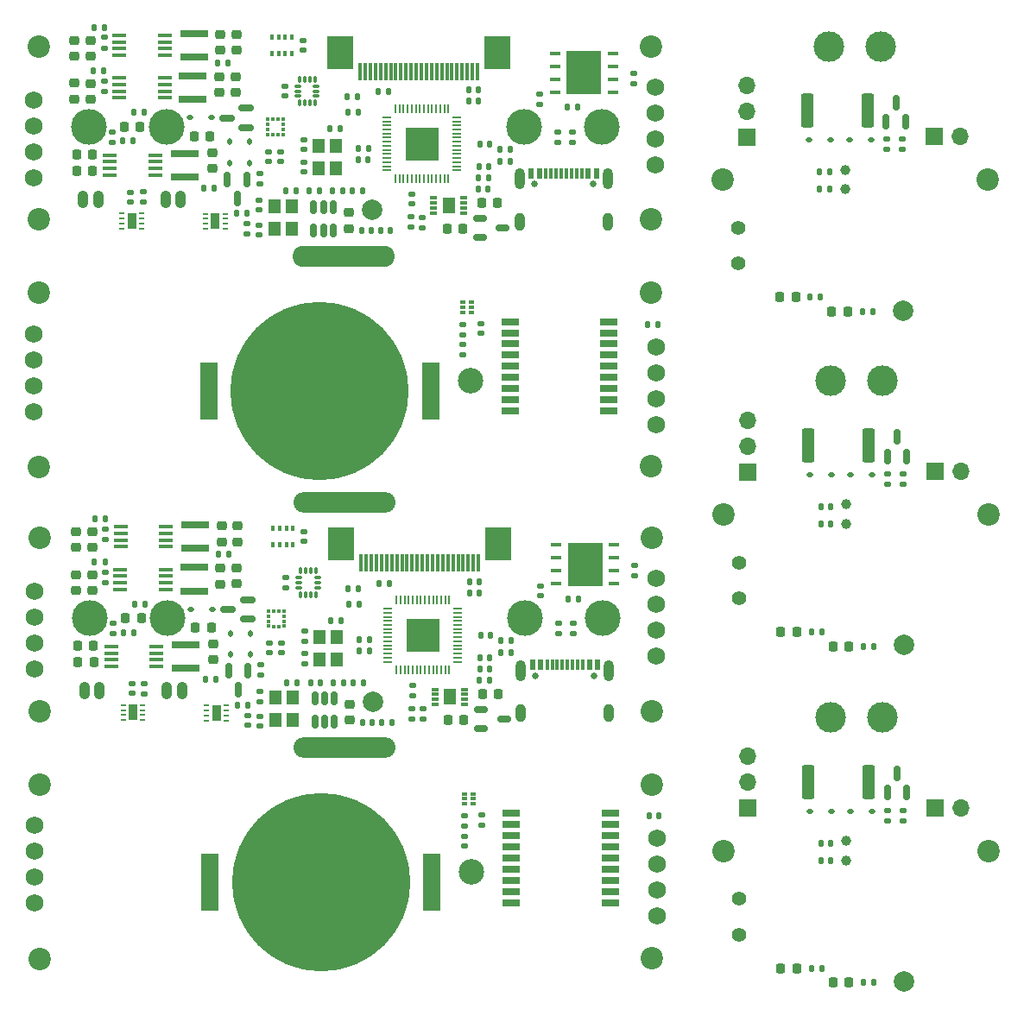
<source format=gbr>
%TF.GenerationSoftware,KiCad,Pcbnew,7.0.5*%
%TF.CreationDate,2024-04-05T19:26:41+09:00*%
%TF.ProjectId,ikafly_rev0a_p_cut,696b6166-6c79-45f7-9265-7630615f705f,rev?*%
%TF.SameCoordinates,Original*%
%TF.FileFunction,Soldermask,Top*%
%TF.FilePolarity,Negative*%
%FSLAX46Y46*%
G04 Gerber Fmt 4.6, Leading zero omitted, Abs format (unit mm)*
G04 Created by KiCad (PCBNEW 7.0.5) date 2024-04-05 19:26:41*
%MOMM*%
%LPD*%
G01*
G04 APERTURE LIST*
G04 Aperture macros list*
%AMRoundRect*
0 Rectangle with rounded corners*
0 $1 Rounding radius*
0 $2 $3 $4 $5 $6 $7 $8 $9 X,Y pos of 4 corners*
0 Add a 4 corners polygon primitive as box body*
4,1,4,$2,$3,$4,$5,$6,$7,$8,$9,$2,$3,0*
0 Add four circle primitives for the rounded corners*
1,1,$1+$1,$2,$3*
1,1,$1+$1,$4,$5*
1,1,$1+$1,$6,$7*
1,1,$1+$1,$8,$9*
0 Add four rect primitives between the rounded corners*
20,1,$1+$1,$2,$3,$4,$5,0*
20,1,$1+$1,$4,$5,$6,$7,0*
20,1,$1+$1,$6,$7,$8,$9,0*
20,1,$1+$1,$8,$9,$2,$3,0*%
G04 Aperture macros list end*
%ADD10RoundRect,0.225000X-0.250000X0.225000X-0.250000X-0.225000X0.250000X-0.225000X0.250000X0.225000X0*%
%ADD11C,3.000000*%
%ADD12RoundRect,0.225000X0.225000X0.250000X-0.225000X0.250000X-0.225000X-0.250000X0.225000X-0.250000X0*%
%ADD13RoundRect,0.112500X0.187500X0.112500X-0.187500X0.112500X-0.187500X-0.112500X0.187500X-0.112500X0*%
%ADD14RoundRect,0.150000X0.150000X-0.512500X0.150000X0.512500X-0.150000X0.512500X-0.150000X-0.512500X0*%
%ADD15RoundRect,0.250000X0.362500X1.425000X-0.362500X1.425000X-0.362500X-1.425000X0.362500X-1.425000X0*%
%ADD16RoundRect,0.140000X0.140000X0.170000X-0.140000X0.170000X-0.140000X-0.170000X0.140000X-0.170000X0*%
%ADD17RoundRect,0.140000X-0.170000X0.140000X-0.170000X-0.140000X0.170000X-0.140000X0.170000X0.140000X0*%
%ADD18C,2.200000*%
%ADD19R,0.750000X0.300000*%
%ADD20R,1.300000X1.500000*%
%ADD21RoundRect,0.112500X0.112500X-0.187500X0.112500X0.187500X-0.112500X0.187500X-0.112500X-0.187500X0*%
%ADD22RoundRect,0.140000X0.170000X-0.140000X0.170000X0.140000X-0.170000X0.140000X-0.170000X-0.140000X0*%
%ADD23RoundRect,0.135000X-0.135000X-0.185000X0.135000X-0.185000X0.135000X0.185000X-0.135000X0.185000X0*%
%ADD24RoundRect,0.225000X0.250000X-0.225000X0.250000X0.225000X-0.250000X0.225000X-0.250000X-0.225000X0*%
%ADD25R,0.375000X0.350000*%
%ADD26R,0.350000X0.375000*%
%ADD27RoundRect,0.140000X-0.140000X-0.170000X0.140000X-0.170000X0.140000X0.170000X-0.140000X0.170000X0*%
%ADD28RoundRect,0.150000X-0.512500X-0.150000X0.512500X-0.150000X0.512500X0.150000X-0.512500X0.150000X0*%
%ADD29R,1.050000X0.450000*%
%ADD30R,3.450000X4.350000*%
%ADD31RoundRect,0.150000X-0.150000X0.587500X-0.150000X-0.587500X0.150000X-0.587500X0.150000X0.587500X0*%
%ADD32R,1.700000X1.700000*%
%ADD33O,1.700000X1.700000*%
%ADD34RoundRect,0.135000X0.185000X-0.135000X0.185000X0.135000X-0.185000X0.135000X-0.185000X-0.135000X0*%
%ADD35RoundRect,0.135000X0.135000X0.185000X-0.135000X0.185000X-0.135000X-0.185000X0.135000X-0.185000X0*%
%ADD36C,2.000000*%
%ADD37C,0.650000*%
%ADD38R,0.600000X1.140000*%
%ADD39R,0.300000X1.140000*%
%ADD40O,1.000000X2.100000*%
%ADD41O,1.000000X1.800000*%
%ADD42C,1.400000*%
%ADD43RoundRect,0.218750X-0.218750X-0.256250X0.218750X-0.256250X0.218750X0.256250X-0.218750X0.256250X0*%
%ADD44C,1.750000*%
%ADD45R,1.200000X1.400000*%
%ADD46RoundRect,0.112500X-0.187500X-0.112500X0.187500X-0.112500X0.187500X0.112500X-0.187500X0.112500X0*%
%ADD47C,1.000000*%
%ADD48O,1.030000X1.730000*%
%ADD49R,2.700000X0.800000*%
%ADD50RoundRect,0.050000X-0.050000X0.387500X-0.050000X-0.387500X0.050000X-0.387500X0.050000X0.387500X0*%
%ADD51RoundRect,0.050000X-0.387500X0.050000X-0.387500X-0.050000X0.387500X-0.050000X0.387500X0.050000X0*%
%ADD52R,3.200000X3.200000*%
%ADD53R,0.600000X0.300000*%
%ADD54R,1.425000X0.450000*%
%ADD55RoundRect,0.135000X-0.185000X0.135000X-0.185000X-0.135000X0.185000X-0.135000X0.185000X0.135000X0*%
%ADD56R,2.500000X3.200000*%
%ADD57R,0.350000X1.800000*%
%ADD58R,0.500000X0.250000*%
%ADD59R,0.900000X1.600000*%
%ADD60RoundRect,0.112500X-0.112500X0.187500X-0.112500X-0.187500X0.112500X-0.187500X0.112500X0.187500X0*%
%ADD61R,1.800000X0.800000*%
%ADD62RoundRect,0.150000X0.150000X-0.587500X0.150000X0.587500X-0.150000X0.587500X-0.150000X-0.587500X0*%
%ADD63RoundRect,0.150000X0.587500X0.150000X-0.587500X0.150000X-0.587500X-0.150000X0.587500X-0.150000X0*%
%ADD64O,10.000000X2.000000*%
%ADD65RoundRect,0.087500X-0.087500X0.225000X-0.087500X-0.225000X0.087500X-0.225000X0.087500X0.225000X0*%
%ADD66RoundRect,0.087500X-0.225000X0.087500X-0.225000X-0.087500X0.225000X-0.087500X0.225000X0.087500X0*%
%ADD67RoundRect,0.147500X0.147500X0.172500X-0.147500X0.172500X-0.147500X-0.172500X0.147500X-0.172500X0*%
%ADD68RoundRect,0.147500X0.172500X-0.147500X0.172500X0.147500X-0.172500X0.147500X-0.172500X-0.147500X0*%
%ADD69RoundRect,0.218750X-0.256250X0.218750X-0.256250X-0.218750X0.256250X-0.218750X0.256250X0.218750X0*%
%ADD70R,1.750000X5.600000*%
%ADD71C,17.500000*%
%ADD72R,0.350000X0.500000*%
%ADD73O,10.000000X2.100000*%
%ADD74C,3.500000*%
%ADD75C,2.500000*%
G04 APERTURE END LIST*
D10*
%TO.C,C41*%
X150800000Y-56525000D03*
X150800000Y-58075000D03*
%TD*%
D11*
%TO.C,J8*%
X216480000Y-78940000D03*
X211400000Y-78940000D03*
%TD*%
D12*
%TO.C,C42*%
X139150000Y-104900000D03*
X137600000Y-104900000D03*
%TD*%
%TO.C,C39*%
X175475000Y-112200000D03*
X173925000Y-112200000D03*
%TD*%
D13*
%TO.C,D4*%
X211490000Y-121140000D03*
X209390000Y-121140000D03*
%TD*%
D12*
%TO.C,C39*%
X175375000Y-64000000D03*
X173825000Y-64000000D03*
%TD*%
D14*
%TO.C,IC11*%
X160750000Y-64137500D03*
X161700000Y-64137500D03*
X162650000Y-64137500D03*
X162650000Y-61862500D03*
X161700000Y-61862500D03*
X160750000Y-61862500D03*
%TD*%
D15*
%TO.C,R20*%
X215140000Y-85240000D03*
X209215000Y-85240000D03*
%TD*%
D16*
%TO.C,C35*%
X211420000Y-92940000D03*
X210460000Y-92940000D03*
%TD*%
D17*
%TO.C,C2*%
X159850000Y-105670000D03*
X159850000Y-106630000D03*
%TD*%
D18*
%TO.C,H3*%
X193900000Y-94300000D03*
%TD*%
%TO.C,H9*%
X193900000Y-135500000D03*
%TD*%
D19*
%TO.C,IC3*%
X175525000Y-110675000D03*
X175525000Y-110175000D03*
X175525000Y-109675000D03*
X175525000Y-109175000D03*
X172625000Y-109175000D03*
X172625000Y-109675000D03*
X172625000Y-110175000D03*
X172625000Y-110675000D03*
D20*
X174075000Y-109925000D03*
%TD*%
D21*
%TO.C,D9*%
X154460000Y-57577500D03*
X154460000Y-55477500D03*
%TD*%
D16*
%TO.C,C26*%
X161290000Y-60300000D03*
X160330000Y-60300000D03*
%TD*%
D17*
%TO.C,C11*%
X183000000Y-99020000D03*
X183000000Y-99980000D03*
%TD*%
D22*
%TO.C,C1*%
X159750000Y-56230000D03*
X159750000Y-55270000D03*
%TD*%
D23*
%TO.C,R17*%
X158090000Y-108500000D03*
X159110000Y-108500000D03*
%TD*%
D24*
%TO.C,C47*%
X137300000Y-51275000D03*
X137300000Y-49725000D03*
%TD*%
D17*
%TO.C,C11*%
X182900000Y-50820000D03*
X182900000Y-51780000D03*
%TD*%
D25*
%TO.C,IC9*%
X156337500Y-101480000D03*
X156337500Y-101980000D03*
X156337500Y-102480000D03*
X156337500Y-102980000D03*
D26*
X156850000Y-102992500D03*
X157350000Y-102992500D03*
D25*
X157862500Y-102980000D03*
X157862500Y-102480000D03*
X157862500Y-101980000D03*
X157862500Y-101480000D03*
D26*
X157350000Y-101467500D03*
X156850000Y-101467500D03*
%TD*%
D27*
%TO.C,C3*%
X177020000Y-55700000D03*
X177980000Y-55700000D03*
%TD*%
D28*
%TO.C,IC15*%
X177125000Y-111150000D03*
X177125000Y-113050000D03*
X179400000Y-112100000D03*
%TD*%
D13*
%TO.C,D8*%
X150800000Y-101300000D03*
X148700000Y-101300000D03*
%TD*%
D18*
%TO.C,H5*%
X200840000Y-59200000D03*
%TD*%
D29*
%TO.C,IC1*%
X190100000Y-50600000D03*
X190100000Y-49330000D03*
X190100000Y-48060000D03*
X190100000Y-46790000D03*
X184400000Y-46790000D03*
X184400000Y-48060000D03*
X184400000Y-49330000D03*
X184400000Y-50600000D03*
D30*
X187250000Y-48695000D03*
%TD*%
D31*
%TO.C,Q3*%
X154290000Y-107332500D03*
X152390000Y-107332500D03*
X153340000Y-109207500D03*
%TD*%
D17*
%TO.C,C23*%
X159659057Y-45515000D03*
X159659057Y-46475000D03*
%TD*%
D32*
%TO.C,J9*%
X203200000Y-55000000D03*
D33*
X203200000Y-52460000D03*
X203200000Y-49920000D03*
%TD*%
D22*
%TO.C,C52*%
X142900000Y-109580000D03*
X142900000Y-108620000D03*
%TD*%
D34*
%TO.C,R12*%
X186200000Y-103710000D03*
X186200000Y-102690000D03*
%TD*%
D35*
%TO.C,R24*%
X210550000Y-136540000D03*
X209530000Y-136540000D03*
%TD*%
D18*
%TO.C,H6*%
X226940000Y-125040000D03*
%TD*%
D36*
%TO.C,AE3*%
X218640000Y-104840000D03*
%TD*%
D14*
%TO.C,IC11*%
X160850000Y-112337500D03*
X161800000Y-112337500D03*
X162750000Y-112337500D03*
X162750000Y-110062500D03*
X161800000Y-110062500D03*
X160850000Y-110062500D03*
%TD*%
D18*
%TO.C,H2*%
X133900000Y-111300000D03*
%TD*%
D37*
%TO.C,J4*%
X182490000Y-107820000D03*
X188270000Y-107820000D03*
D38*
X182180000Y-106750000D03*
X182980000Y-106750000D03*
D39*
X183630000Y-106750000D03*
X184130000Y-106750000D03*
X184630000Y-106750000D03*
X185130000Y-106750000D03*
X185630000Y-106750000D03*
X186130000Y-106750000D03*
X186630000Y-106750000D03*
X187130000Y-106750000D03*
D38*
X187780000Y-106750000D03*
X188580000Y-106750000D03*
D40*
X181060000Y-107320000D03*
D41*
X181060000Y-111500000D03*
D40*
X189700000Y-107320000D03*
D41*
X189700000Y-111500000D03*
%TD*%
D42*
%TO.C,C29*%
X202350000Y-63900000D03*
X202350000Y-67400000D03*
%TD*%
D18*
%TO.C,H4*%
X193800000Y-63100000D03*
%TD*%
D43*
%TO.C,D6*%
X206552500Y-103540000D03*
X208127500Y-103540000D03*
%TD*%
D35*
%TO.C,R18*%
X163610000Y-60300000D03*
X162590000Y-60300000D03*
%TD*%
D44*
%TO.C,J3*%
X133250000Y-51350000D03*
X133250000Y-53890000D03*
X133250000Y-56430000D03*
X133250000Y-58970000D03*
X194250000Y-50080000D03*
X194250000Y-52620000D03*
X194250000Y-55160000D03*
X194250000Y-57700000D03*
%TD*%
D16*
%TO.C,C37*%
X211320000Y-58400000D03*
X210360000Y-58400000D03*
%TD*%
D13*
%TO.C,D4*%
X211490000Y-88140000D03*
X209390000Y-88140000D03*
%TD*%
D10*
%TO.C,C45*%
X151500000Y-49100000D03*
X151500000Y-50650000D03*
%TD*%
D45*
%TO.C,Y1*%
X161300000Y-104050000D03*
X161300000Y-106250000D03*
X163000000Y-106250000D03*
X163000000Y-104050000D03*
%TD*%
D24*
%TO.C,C46*%
X138900000Y-51300000D03*
X138900000Y-49750000D03*
%TD*%
D29*
%TO.C,IC1*%
X190200000Y-98800000D03*
X190200000Y-97530000D03*
X190200000Y-96260000D03*
X190200000Y-94990000D03*
X184500000Y-94990000D03*
X184500000Y-96260000D03*
X184500000Y-97530000D03*
X184500000Y-98800000D03*
D30*
X187350000Y-96895000D03*
%TD*%
D10*
%TO.C,C44*%
X153100000Y-49075000D03*
X153100000Y-50625000D03*
%TD*%
D45*
%TO.C,Y2*%
X158700000Y-112200000D03*
X158700000Y-110000000D03*
X157000000Y-110000000D03*
X157000000Y-112200000D03*
%TD*%
D34*
%TO.C,R13*%
X184700000Y-55510000D03*
X184700000Y-54490000D03*
%TD*%
D46*
%TO.C,D3*%
X213290000Y-55300000D03*
X215390000Y-55300000D03*
%TD*%
D17*
%TO.C,C14*%
X177100000Y-73320000D03*
X177100000Y-74280000D03*
%TD*%
D47*
%TO.C,Y3*%
X212940000Y-125940000D03*
X212940000Y-124040000D03*
%TD*%
D16*
%TO.C,C8*%
X166200000Y-104300000D03*
X165240000Y-104300000D03*
%TD*%
D35*
%TO.C,R29*%
X143100000Y-103600000D03*
X142080000Y-103600000D03*
%TD*%
D22*
%TO.C,C20*%
X158000000Y-99180000D03*
X158000000Y-98220000D03*
%TD*%
D23*
%TO.C,R16*%
X167070000Y-50560000D03*
X168090000Y-50560000D03*
%TD*%
D36*
%TO.C,AE3*%
X218540000Y-72000000D03*
%TD*%
D34*
%TO.C,R13*%
X184800000Y-103710000D03*
X184800000Y-102690000D03*
%TD*%
D18*
%TO.C,H5*%
X200940000Y-92040000D03*
%TD*%
D48*
%TO.C,J2*%
X147717500Y-61100000D03*
X146217500Y-61100000D03*
%TD*%
D17*
%TO.C,C27*%
X155500000Y-109400000D03*
X155500000Y-110360000D03*
%TD*%
D49*
%TO.C,L7*%
X149000000Y-97225000D03*
X149000000Y-99525000D03*
%TD*%
D50*
%TO.C,IC2*%
X173950000Y-52225000D03*
X173550000Y-52225000D03*
X173150000Y-52225000D03*
X172750000Y-52225000D03*
X172350000Y-52225000D03*
X171950000Y-52225000D03*
X171550000Y-52225000D03*
X171150000Y-52225000D03*
X170750000Y-52225000D03*
X170350000Y-52225000D03*
X169950000Y-52225000D03*
X169550000Y-52225000D03*
X169150000Y-52225000D03*
X168750000Y-52225000D03*
D51*
X167912500Y-53062500D03*
X167912500Y-53462500D03*
X167912500Y-53862500D03*
X167912500Y-54262500D03*
X167912500Y-54662500D03*
X167912500Y-55062500D03*
X167912500Y-55462500D03*
X167912500Y-55862500D03*
X167912500Y-56262500D03*
X167912500Y-56662500D03*
X167912500Y-57062500D03*
X167912500Y-57462500D03*
X167912500Y-57862500D03*
X167912500Y-58262500D03*
D50*
X168750000Y-59100000D03*
X169150000Y-59100000D03*
X169550000Y-59100000D03*
X169950000Y-59100000D03*
X170350000Y-59100000D03*
X170750000Y-59100000D03*
X171150000Y-59100000D03*
X171550000Y-59100000D03*
X171950000Y-59100000D03*
X172350000Y-59100000D03*
X172750000Y-59100000D03*
X173150000Y-59100000D03*
X173550000Y-59100000D03*
X173950000Y-59100000D03*
D51*
X174787500Y-58262500D03*
X174787500Y-57862500D03*
X174787500Y-57462500D03*
X174787500Y-57062500D03*
X174787500Y-56662500D03*
X174787500Y-56262500D03*
X174787500Y-55862500D03*
X174787500Y-55462500D03*
X174787500Y-55062500D03*
X174787500Y-54662500D03*
X174787500Y-54262500D03*
X174787500Y-53862500D03*
X174787500Y-53462500D03*
X174787500Y-53062500D03*
D52*
X171350000Y-55662500D03*
%TD*%
D10*
%TO.C,C41*%
X150900000Y-104725000D03*
X150900000Y-106275000D03*
%TD*%
D24*
%TO.C,C50*%
X137400000Y-95275000D03*
X137400000Y-93725000D03*
%TD*%
D27*
%TO.C,C10*%
X177020000Y-107200000D03*
X177980000Y-107200000D03*
%TD*%
D16*
%TO.C,C5*%
X166080000Y-57200000D03*
X165120000Y-57200000D03*
%TD*%
D11*
%TO.C,J8*%
X216380000Y-46100000D03*
X211300000Y-46100000D03*
%TD*%
D22*
%TO.C,C25*%
X155400000Y-64580000D03*
X155400000Y-63620000D03*
%TD*%
D53*
%TO.C,IC18*%
X175400000Y-71212500D03*
X175400000Y-71702500D03*
X175400000Y-72222500D03*
X176240000Y-72212500D03*
X176240000Y-71712500D03*
X176240000Y-71212500D03*
%TD*%
D35*
%TO.C,R38*%
X154310000Y-110700000D03*
X153290000Y-110700000D03*
%TD*%
D49*
%TO.C,L6*%
X148175000Y-104800000D03*
X148175000Y-107100000D03*
%TD*%
D12*
%TO.C,C40*%
X143840000Y-102190000D03*
X142290000Y-102190000D03*
%TD*%
D54*
%TO.C,PS1*%
X145187000Y-58725000D03*
X145187000Y-58075000D03*
X145187000Y-57425000D03*
X145187000Y-56775000D03*
X140763000Y-56775000D03*
X140763000Y-57425000D03*
X140763000Y-58075000D03*
X140763000Y-58725000D03*
%TD*%
D12*
%TO.C,C42*%
X139050000Y-56700000D03*
X137500000Y-56700000D03*
%TD*%
D10*
%TO.C,C44*%
X153200000Y-97275000D03*
X153200000Y-98825000D03*
%TD*%
D35*
%TO.C,R36*%
X140210000Y-44250000D03*
X139190000Y-44250000D03*
%TD*%
D55*
%TO.C,R22*%
X218540000Y-121030000D03*
X218540000Y-122050000D03*
%TD*%
D54*
%TO.C,PS2*%
X146112000Y-51150000D03*
X146112000Y-50500000D03*
X146112000Y-49850000D03*
X146112000Y-49200000D03*
X141688000Y-49200000D03*
X141688000Y-49850000D03*
X141688000Y-50500000D03*
X141688000Y-51150000D03*
%TD*%
D35*
%TO.C,R28*%
X151020000Y-60030000D03*
X150000000Y-60030000D03*
%TD*%
D22*
%TO.C,C25*%
X155500000Y-112780000D03*
X155500000Y-111820000D03*
%TD*%
D56*
%TO.C,J6*%
X163450000Y-94900000D03*
X178850000Y-94900000D03*
D57*
X165400000Y-96800000D03*
X165900000Y-96800000D03*
X166400000Y-96800000D03*
X166900000Y-96800000D03*
X167400000Y-96800000D03*
X167900000Y-96800000D03*
X168400000Y-96800000D03*
X168900000Y-96800000D03*
X169400000Y-96800000D03*
X169900000Y-96800000D03*
X170400000Y-96800000D03*
X170900000Y-96800000D03*
X171400000Y-96800000D03*
X171900000Y-96800000D03*
X172400000Y-96800000D03*
X172900000Y-96800000D03*
X173400000Y-96800000D03*
X173900000Y-96800000D03*
X174400000Y-96800000D03*
X174900000Y-96800000D03*
X175400000Y-96800000D03*
X175900000Y-96800000D03*
X176400000Y-96800000D03*
X176900000Y-96800000D03*
%TD*%
D35*
%TO.C,R1*%
X180010000Y-56200000D03*
X178990000Y-56200000D03*
%TD*%
D13*
%TO.C,D4*%
X211390000Y-55300000D03*
X209290000Y-55300000D03*
%TD*%
D32*
%TO.C,J9*%
X203300000Y-87840000D03*
D33*
X203300000Y-85300000D03*
X203300000Y-82760000D03*
%TD*%
D49*
%TO.C,L6*%
X148075000Y-56600000D03*
X148075000Y-58900000D03*
%TD*%
D48*
%TO.C,J2*%
X147817500Y-109300000D03*
X146317500Y-109300000D03*
%TD*%
D47*
%TO.C,Y3*%
X212840000Y-60100000D03*
X212840000Y-58200000D03*
%TD*%
D43*
%TO.C,F1*%
X149012500Y-54900000D03*
X150587500Y-54900000D03*
%TD*%
D22*
%TO.C,C21*%
X156400000Y-105600000D03*
X156400000Y-104640000D03*
%TD*%
D54*
%TO.C,PS3*%
X146222000Y-95175000D03*
X146222000Y-94525000D03*
X146222000Y-93875000D03*
X146222000Y-93225000D03*
X141798000Y-93225000D03*
X141798000Y-93875000D03*
X141798000Y-94525000D03*
X141798000Y-95175000D03*
%TD*%
D49*
%TO.C,L8*%
X149100000Y-93050000D03*
X149100000Y-95350000D03*
%TD*%
D16*
%TO.C,C8*%
X166100000Y-56100000D03*
X165140000Y-56100000D03*
%TD*%
D27*
%TO.C,C6*%
X176040000Y-99700000D03*
X177000000Y-99700000D03*
%TD*%
D23*
%TO.C,R17*%
X157990000Y-60300000D03*
X159010000Y-60300000D03*
%TD*%
D31*
%TO.C,Q3*%
X154190000Y-59132500D03*
X152290000Y-59132500D03*
X153240000Y-61007500D03*
%TD*%
D58*
%TO.C,IC17*%
X150150000Y-62520000D03*
X150150000Y-63020000D03*
X150150000Y-63520000D03*
X150150000Y-64020000D03*
X152050000Y-64020000D03*
X152050000Y-63520000D03*
X152050000Y-63020000D03*
X152050000Y-62520000D03*
D59*
X151100000Y-63270000D03*
%TD*%
D16*
%TO.C,C37*%
X211420000Y-91240000D03*
X210460000Y-91240000D03*
%TD*%
D34*
%TO.C,R11*%
X171500000Y-112110000D03*
X171500000Y-111090000D03*
%TD*%
D12*
%TO.C,C43*%
X139075000Y-58300000D03*
X137525000Y-58300000D03*
%TD*%
D17*
%TO.C,C23*%
X159759057Y-93715000D03*
X159759057Y-94675000D03*
%TD*%
D43*
%TO.C,D5*%
X211652500Y-137940000D03*
X213227500Y-137940000D03*
%TD*%
D18*
%TO.C,H8*%
X133800000Y-87400000D03*
%TD*%
D48*
%TO.C,J1*%
X139647500Y-61100000D03*
X138147500Y-61100000D03*
%TD*%
D35*
%TO.C,R36*%
X140310000Y-92450000D03*
X139290000Y-92450000D03*
%TD*%
D60*
%TO.C,D7*%
X152500000Y-55480000D03*
X152500000Y-57580000D03*
%TD*%
D61*
%TO.C,IC5*%
X189700000Y-81900000D03*
X189700000Y-80800000D03*
X189700000Y-79700000D03*
X189700000Y-78600000D03*
X189700000Y-77500000D03*
X189700000Y-76400000D03*
X189700000Y-75300000D03*
X189700000Y-74200000D03*
X189700000Y-73100000D03*
X180000000Y-73100000D03*
X180000000Y-74200000D03*
X180000000Y-75300000D03*
X180000000Y-76400000D03*
X180000000Y-77500000D03*
X180000000Y-78600000D03*
X180000000Y-79700000D03*
X180000000Y-80800000D03*
X180000000Y-81900000D03*
%TD*%
D35*
%TO.C,R24*%
X210550000Y-103540000D03*
X209530000Y-103540000D03*
%TD*%
D18*
%TO.C,H2*%
X133800000Y-63100000D03*
%TD*%
D34*
%TO.C,R35*%
X140200000Y-46260000D03*
X140200000Y-45240000D03*
%TD*%
D62*
%TO.C,Q1*%
X216990000Y-119315000D03*
X218890000Y-119315000D03*
X217940000Y-117440000D03*
%TD*%
D48*
%TO.C,J1*%
X139747500Y-109300000D03*
X138247500Y-109300000D03*
%TD*%
D55*
%TO.C,R22*%
X218540000Y-88030000D03*
X218540000Y-89050000D03*
%TD*%
D35*
%TO.C,R23*%
X215550000Y-72100000D03*
X214530000Y-72100000D03*
%TD*%
%TO.C,R34*%
X152310000Y-47700000D03*
X151290000Y-47700000D03*
%TD*%
D34*
%TO.C,R21*%
X217040000Y-122050000D03*
X217040000Y-121030000D03*
%TD*%
D63*
%TO.C,Q2*%
X154240000Y-102280000D03*
X154240000Y-100380000D03*
X152365000Y-101330000D03*
%TD*%
D35*
%TO.C,R2*%
X180010000Y-57400000D03*
X178990000Y-57400000D03*
%TD*%
D62*
%TO.C,Q1*%
X216990000Y-86315000D03*
X218890000Y-86315000D03*
X217940000Y-84440000D03*
%TD*%
D16*
%TO.C,C35*%
X211320000Y-60100000D03*
X210360000Y-60100000D03*
%TD*%
D12*
%TO.C,C38*%
X178835000Y-109670000D03*
X177285000Y-109670000D03*
%TD*%
D17*
%TO.C,C53*%
X154300000Y-111720000D03*
X154300000Y-112680000D03*
%TD*%
D46*
%TO.C,D3*%
X213390000Y-121140000D03*
X215490000Y-121140000D03*
%TD*%
D22*
%TO.C,C21*%
X156300000Y-57400000D03*
X156300000Y-56440000D03*
%TD*%
D45*
%TO.C,Y2*%
X158600000Y-64000000D03*
X158600000Y-61800000D03*
X156900000Y-61800000D03*
X156900000Y-64000000D03*
%TD*%
D16*
%TO.C,C24*%
X166380000Y-64200000D03*
X165420000Y-64200000D03*
%TD*%
D22*
%TO.C,C52*%
X142800000Y-61380000D03*
X142800000Y-60420000D03*
%TD*%
D16*
%TO.C,C26*%
X161390000Y-108500000D03*
X160430000Y-108500000D03*
%TD*%
D18*
%TO.C,H10*%
X193900000Y-118500000D03*
%TD*%
D35*
%TO.C,R34*%
X152410000Y-95900000D03*
X151390000Y-95900000D03*
%TD*%
D64*
%TO.C,*%
X163800000Y-90800000D03*
%TD*%
D65*
%TO.C,IC8*%
X160950000Y-97537500D03*
X160450000Y-97537500D03*
X159950000Y-97537500D03*
X159450000Y-97537500D03*
D66*
X159287500Y-98200000D03*
X159287500Y-98700000D03*
X159287500Y-99200000D03*
D65*
X159450000Y-99862500D03*
X159950000Y-99862500D03*
X160450000Y-99862500D03*
X160950000Y-99862500D03*
D66*
X161112500Y-99200000D03*
X161112500Y-98700000D03*
X161112500Y-98200000D03*
%TD*%
D23*
%TO.C,R16*%
X167170000Y-98760000D03*
X168190000Y-98760000D03*
%TD*%
%TO.C,R5*%
X185690000Y-100300000D03*
X186710000Y-100300000D03*
%TD*%
D15*
%TO.C,R20*%
X215040000Y-52400000D03*
X209115000Y-52400000D03*
%TD*%
D23*
%TO.C,R8*%
X164140000Y-99280000D03*
X165160000Y-99280000D03*
%TD*%
D46*
%TO.C,D3*%
X213390000Y-88140000D03*
X215490000Y-88140000D03*
%TD*%
D58*
%TO.C,IC16*%
X141950000Y-62500000D03*
X141950000Y-63000000D03*
X141950000Y-63500000D03*
X141950000Y-64000000D03*
X143850000Y-64000000D03*
X143850000Y-63500000D03*
X143850000Y-63000000D03*
X143850000Y-62500000D03*
D59*
X142900000Y-63250000D03*
%TD*%
D34*
%TO.C,R30*%
X141000000Y-55510000D03*
X141000000Y-54490000D03*
%TD*%
D23*
%TO.C,R8*%
X164040000Y-51080000D03*
X165060000Y-51080000D03*
%TD*%
D34*
%TO.C,R37*%
X144000000Y-61410000D03*
X144000000Y-60390000D03*
%TD*%
D23*
%TO.C,R9*%
X164190000Y-100800000D03*
X165210000Y-100800000D03*
%TD*%
D35*
%TO.C,R23*%
X215650000Y-104940000D03*
X214630000Y-104940000D03*
%TD*%
D12*
%TO.C,C38*%
X178735000Y-61470000D03*
X177185000Y-61470000D03*
%TD*%
D64*
%TO.C,*%
X163800000Y-114900000D03*
%TD*%
D67*
%TO.C,L2*%
X168285000Y-64200000D03*
X167315000Y-64200000D03*
%TD*%
D54*
%TO.C,PS3*%
X146122000Y-46975000D03*
X146122000Y-46325000D03*
X146122000Y-45675000D03*
X146122000Y-45025000D03*
X141698000Y-45025000D03*
X141698000Y-45675000D03*
X141698000Y-46325000D03*
X141698000Y-46975000D03*
%TD*%
D10*
%TO.C,C48*%
X153300000Y-93150000D03*
X153300000Y-94700000D03*
%TD*%
D34*
%TO.C,R10*%
X170400000Y-112060000D03*
X170400000Y-111040000D03*
%TD*%
D36*
%TO.C,AE2*%
X166450000Y-62170000D03*
%TD*%
D34*
%TO.C,R12*%
X186100000Y-55510000D03*
X186100000Y-54490000D03*
%TD*%
D17*
%TO.C,C12*%
X170350000Y-60600000D03*
X170350000Y-61560000D03*
%TD*%
D10*
%TO.C,C45*%
X151600000Y-97300000D03*
X151600000Y-98850000D03*
%TD*%
D18*
%TO.C,H1*%
X133900000Y-94300000D03*
%TD*%
D43*
%TO.C,F1*%
X149112500Y-103100000D03*
X150687500Y-103100000D03*
%TD*%
%TO.C,D6*%
X206452500Y-70700000D03*
X208027500Y-70700000D03*
%TD*%
D68*
%TO.C,L1*%
X175400000Y-74370000D03*
X175400000Y-73400000D03*
%TD*%
D18*
%TO.C,H9*%
X193800000Y-87300000D03*
%TD*%
D65*
%TO.C,IC8*%
X160850000Y-49337500D03*
X160350000Y-49337500D03*
X159850000Y-49337500D03*
X159350000Y-49337500D03*
D66*
X159187500Y-50000000D03*
X159187500Y-50500000D03*
X159187500Y-51000000D03*
D65*
X159350000Y-51662500D03*
X159850000Y-51662500D03*
X160350000Y-51662500D03*
X160850000Y-51662500D03*
D66*
X161012500Y-51000000D03*
X161012500Y-50500000D03*
X161012500Y-50000000D03*
%TD*%
D47*
%TO.C,Y3*%
X212940000Y-92940000D03*
X212940000Y-91040000D03*
%TD*%
D13*
%TO.C,D8*%
X150700000Y-53100000D03*
X148600000Y-53100000D03*
%TD*%
D36*
%TO.C,AE2*%
X166550000Y-110370000D03*
%TD*%
D35*
%TO.C,R29*%
X143000000Y-55400000D03*
X141980000Y-55400000D03*
%TD*%
D18*
%TO.C,H6*%
X226940000Y-92040000D03*
%TD*%
D23*
%TO.C,R19*%
X164490000Y-60300000D03*
X165510000Y-60300000D03*
%TD*%
D62*
%TO.C,Q1*%
X216890000Y-53475000D03*
X218790000Y-53475000D03*
X217840000Y-51600000D03*
%TD*%
D27*
%TO.C,C9*%
X176020000Y-98600000D03*
X176980000Y-98600000D03*
%TD*%
D69*
%TO.C,L3*%
X164300000Y-110612500D03*
X164300000Y-112187500D03*
%TD*%
D27*
%TO.C,C7*%
X177000000Y-108300000D03*
X177960000Y-108300000D03*
%TD*%
D35*
%TO.C,R33*%
X140270000Y-96720000D03*
X139250000Y-96720000D03*
%TD*%
D12*
%TO.C,C43*%
X139175000Y-106500000D03*
X137625000Y-106500000D03*
%TD*%
D35*
%TO.C,R24*%
X210450000Y-70700000D03*
X209430000Y-70700000D03*
%TD*%
D49*
%TO.C,L8*%
X149000000Y-44850000D03*
X149000000Y-47150000D03*
%TD*%
D56*
%TO.C,J6*%
X163350000Y-46700000D03*
X178750000Y-46700000D03*
D57*
X165300000Y-48600000D03*
X165800000Y-48600000D03*
X166300000Y-48600000D03*
X166800000Y-48600000D03*
X167300000Y-48600000D03*
X167800000Y-48600000D03*
X168300000Y-48600000D03*
X168800000Y-48600000D03*
X169300000Y-48600000D03*
X169800000Y-48600000D03*
X170300000Y-48600000D03*
X170800000Y-48600000D03*
X171300000Y-48600000D03*
X171800000Y-48600000D03*
X172300000Y-48600000D03*
X172800000Y-48600000D03*
X173300000Y-48600000D03*
X173800000Y-48600000D03*
X174300000Y-48600000D03*
X174800000Y-48600000D03*
X175300000Y-48600000D03*
X175800000Y-48600000D03*
X176300000Y-48600000D03*
X176800000Y-48600000D03*
%TD*%
D22*
%TO.C,C1*%
X159850000Y-104430000D03*
X159850000Y-103470000D03*
%TD*%
D18*
%TO.C,H5*%
X200940000Y-125040000D03*
%TD*%
D34*
%TO.C,R37*%
X144100000Y-109610000D03*
X144100000Y-108590000D03*
%TD*%
D11*
%TO.C,J8*%
X216480000Y-111940000D03*
X211400000Y-111940000D03*
%TD*%
D16*
%TO.C,C37*%
X211420000Y-124240000D03*
X210460000Y-124240000D03*
%TD*%
D34*
%TO.C,R32*%
X140200000Y-50500000D03*
X140200000Y-49480000D03*
%TD*%
%TO.C,R21*%
X216940000Y-56210000D03*
X216940000Y-55190000D03*
%TD*%
D36*
%TO.C,AE3*%
X218640000Y-137840000D03*
%TD*%
D23*
%TO.C,R19*%
X164590000Y-108500000D03*
X165610000Y-108500000D03*
%TD*%
D15*
%TO.C,R20*%
X215140000Y-118240000D03*
X209215000Y-118240000D03*
%TD*%
D32*
%TO.C,J7*%
X221665000Y-87815000D03*
D33*
X224205000Y-87815000D03*
%TD*%
D23*
%TO.C,R5*%
X185590000Y-52100000D03*
X186610000Y-52100000D03*
%TD*%
D21*
%TO.C,D9*%
X154560000Y-105777500D03*
X154560000Y-103677500D03*
%TD*%
D10*
%TO.C,C49*%
X151700000Y-93150000D03*
X151700000Y-94700000D03*
%TD*%
D17*
%TO.C,C22*%
X157600000Y-104640000D03*
X157600000Y-105600000D03*
%TD*%
D24*
%TO.C,C46*%
X139000000Y-99500000D03*
X139000000Y-97950000D03*
%TD*%
D35*
%TO.C,R28*%
X151120000Y-108230000D03*
X150100000Y-108230000D03*
%TD*%
D70*
%TO.C,BT2*%
X150575000Y-128080000D03*
X172325000Y-128080000D03*
D71*
X161450000Y-128080000D03*
%TD*%
D72*
%TO.C,IC10*%
X158600000Y-46800000D03*
X157950000Y-46800000D03*
X157300000Y-46800000D03*
X156650000Y-46800000D03*
X156660000Y-45200000D03*
X157310000Y-45200000D03*
X157960000Y-45200000D03*
X158610000Y-45200000D03*
%TD*%
D35*
%TO.C,R1*%
X180110000Y-104400000D03*
X179090000Y-104400000D03*
%TD*%
D23*
%TO.C,R4*%
X162440000Y-102400000D03*
X163460000Y-102400000D03*
%TD*%
D35*
%TO.C,R31*%
X144210000Y-100800000D03*
X143190000Y-100800000D03*
%TD*%
D44*
%TO.C,J3*%
X133350000Y-99550000D03*
X133350000Y-102090000D03*
X133350000Y-104630000D03*
X133350000Y-107170000D03*
X194350000Y-98280000D03*
X194350000Y-100820000D03*
X194350000Y-103360000D03*
X194350000Y-105900000D03*
%TD*%
D10*
%TO.C,C49*%
X151600000Y-44950000D03*
X151600000Y-46500000D03*
%TD*%
D27*
%TO.C,C10*%
X176920000Y-59000000D03*
X177880000Y-59000000D03*
%TD*%
D17*
%TO.C,C53*%
X154200000Y-63520000D03*
X154200000Y-64480000D03*
%TD*%
D27*
%TO.C,C4*%
X177040000Y-106100000D03*
X178000000Y-106100000D03*
%TD*%
D34*
%TO.C,R21*%
X217040000Y-89050000D03*
X217040000Y-88030000D03*
%TD*%
D55*
%TO.C,R22*%
X218440000Y-55190000D03*
X218440000Y-56210000D03*
%TD*%
D63*
%TO.C,Q2*%
X154140000Y-54080000D03*
X154140000Y-52180000D03*
X152265000Y-53130000D03*
%TD*%
D43*
%TO.C,D5*%
X211652500Y-104940000D03*
X213227500Y-104940000D03*
%TD*%
D22*
%TO.C,C20*%
X157900000Y-50980000D03*
X157900000Y-50020000D03*
%TD*%
D58*
%TO.C,IC16*%
X142050000Y-110700000D03*
X142050000Y-111200000D03*
X142050000Y-111700000D03*
X142050000Y-112200000D03*
X143950000Y-112200000D03*
X143950000Y-111700000D03*
X143950000Y-111200000D03*
X143950000Y-110700000D03*
D59*
X143000000Y-111450000D03*
%TD*%
D10*
%TO.C,C48*%
X153200000Y-44950000D03*
X153200000Y-46500000D03*
%TD*%
D18*
%TO.C,H10*%
X193800000Y-70300000D03*
%TD*%
D32*
%TO.C,J9*%
X203300000Y-120840000D03*
D33*
X203300000Y-118300000D03*
X203300000Y-115760000D03*
%TD*%
D24*
%TO.C,C51*%
X139000000Y-95250000D03*
X139000000Y-93700000D03*
%TD*%
D53*
%TO.C,IC18*%
X175500000Y-119412500D03*
X175500000Y-119902500D03*
X175500000Y-120422500D03*
X176340000Y-120412500D03*
X176340000Y-119912500D03*
X176340000Y-119412500D03*
%TD*%
D23*
%TO.C,R4*%
X162340000Y-54200000D03*
X163360000Y-54200000D03*
%TD*%
D18*
%TO.C,H7*%
X133800000Y-70300000D03*
%TD*%
D35*
%TO.C,R23*%
X215650000Y-137940000D03*
X214630000Y-137940000D03*
%TD*%
D34*
%TO.C,R35*%
X140300000Y-94460000D03*
X140300000Y-93440000D03*
%TD*%
D18*
%TO.C,H6*%
X226840000Y-59200000D03*
%TD*%
D24*
%TO.C,C47*%
X137400000Y-99475000D03*
X137400000Y-97925000D03*
%TD*%
D27*
%TO.C,C15*%
X193520000Y-73400000D03*
X194480000Y-73400000D03*
%TD*%
D16*
%TO.C,C35*%
X211420000Y-125940000D03*
X210460000Y-125940000D03*
%TD*%
D27*
%TO.C,C9*%
X175920000Y-50400000D03*
X176880000Y-50400000D03*
%TD*%
D49*
%TO.C,L7*%
X148900000Y-49025000D03*
X148900000Y-51325000D03*
%TD*%
D68*
%TO.C,L1*%
X175500000Y-122570000D03*
X175500000Y-121600000D03*
%TD*%
D54*
%TO.C,PS1*%
X145287000Y-106925000D03*
X145287000Y-106275000D03*
X145287000Y-105625000D03*
X145287000Y-104975000D03*
X140863000Y-104975000D03*
X140863000Y-105625000D03*
X140863000Y-106275000D03*
X140863000Y-106925000D03*
%TD*%
D18*
%TO.C,H3*%
X193800000Y-46100000D03*
%TD*%
D34*
%TO.C,R3*%
X192100000Y-49810000D03*
X192100000Y-48790000D03*
%TD*%
D35*
%TO.C,R2*%
X180110000Y-105600000D03*
X179090000Y-105600000D03*
%TD*%
D27*
%TO.C,C7*%
X176900000Y-60100000D03*
X177860000Y-60100000D03*
%TD*%
%TO.C,C6*%
X175940000Y-51500000D03*
X176900000Y-51500000D03*
%TD*%
D73*
%TO.C,*%
X163700000Y-66700000D03*
%TD*%
D12*
%TO.C,C40*%
X143740000Y-53990000D03*
X142190000Y-53990000D03*
%TD*%
D22*
%TO.C,C13*%
X175400000Y-76330000D03*
X175400000Y-75370000D03*
%TD*%
D32*
%TO.C,J7*%
X221665000Y-120815000D03*
D33*
X224205000Y-120815000D03*
%TD*%
D34*
%TO.C,R10*%
X170300000Y-63860000D03*
X170300000Y-62840000D03*
%TD*%
D27*
%TO.C,C15*%
X193620000Y-121600000D03*
X194580000Y-121600000D03*
%TD*%
D25*
%TO.C,IC9*%
X156237500Y-53280000D03*
X156237500Y-53780000D03*
X156237500Y-54280000D03*
X156237500Y-54780000D03*
D26*
X156750000Y-54792500D03*
X157250000Y-54792500D03*
D25*
X157762500Y-54780000D03*
X157762500Y-54280000D03*
X157762500Y-53780000D03*
X157762500Y-53280000D03*
D26*
X157250000Y-53267500D03*
X156750000Y-53267500D03*
%TD*%
D35*
%TO.C,R33*%
X140170000Y-48520000D03*
X139150000Y-48520000D03*
%TD*%
D28*
%TO.C,IC15*%
X177025000Y-62950000D03*
X177025000Y-64850000D03*
X179300000Y-63900000D03*
%TD*%
D18*
%TO.C,H1*%
X133800000Y-46100000D03*
%TD*%
D34*
%TO.C,R3*%
X192200000Y-98010000D03*
X192200000Y-96990000D03*
%TD*%
D70*
%TO.C,BT2*%
X150475000Y-79880000D03*
X172225000Y-79880000D03*
D71*
X161350000Y-79880000D03*
%TD*%
D17*
%TO.C,C22*%
X157500000Y-56440000D03*
X157500000Y-57400000D03*
%TD*%
D43*
%TO.C,D6*%
X206552500Y-136540000D03*
X208127500Y-136540000D03*
%TD*%
D24*
%TO.C,C50*%
X137300000Y-47075000D03*
X137300000Y-45525000D03*
%TD*%
D16*
%TO.C,C5*%
X166180000Y-105400000D03*
X165220000Y-105400000D03*
%TD*%
D17*
%TO.C,C14*%
X177200000Y-121520000D03*
X177200000Y-122480000D03*
%TD*%
D18*
%TO.C,H4*%
X193900000Y-111300000D03*
%TD*%
D61*
%TO.C,IC5*%
X189800000Y-130100000D03*
X189800000Y-129000000D03*
X189800000Y-127900000D03*
X189800000Y-126800000D03*
X189800000Y-125700000D03*
X189800000Y-124600000D03*
X189800000Y-123500000D03*
X189800000Y-122400000D03*
X189800000Y-121300000D03*
X180100000Y-121300000D03*
X180100000Y-122400000D03*
X180100000Y-123500000D03*
X180100000Y-124600000D03*
X180100000Y-125700000D03*
X180100000Y-126800000D03*
X180100000Y-127900000D03*
X180100000Y-129000000D03*
X180100000Y-130100000D03*
%TD*%
D23*
%TO.C,R9*%
X164090000Y-52600000D03*
X165110000Y-52600000D03*
%TD*%
D17*
%TO.C,C27*%
X155400000Y-61200000D03*
X155400000Y-62160000D03*
%TD*%
D34*
%TO.C,R32*%
X140300000Y-98700000D03*
X140300000Y-97680000D03*
%TD*%
D35*
%TO.C,R38*%
X154210000Y-62500000D03*
X153190000Y-62500000D03*
%TD*%
%TO.C,R31*%
X144110000Y-52600000D03*
X143090000Y-52600000D03*
%TD*%
D22*
%TO.C,C13*%
X175500000Y-124530000D03*
X175500000Y-123570000D03*
%TD*%
D18*
%TO.C,H7*%
X133900000Y-118500000D03*
%TD*%
D34*
%TO.C,R30*%
X141100000Y-103710000D03*
X141100000Y-102690000D03*
%TD*%
D58*
%TO.C,IC17*%
X150250000Y-110720000D03*
X150250000Y-111220000D03*
X150250000Y-111720000D03*
X150250000Y-112220000D03*
X152150000Y-112220000D03*
X152150000Y-111720000D03*
X152150000Y-111220000D03*
X152150000Y-110720000D03*
D59*
X151200000Y-111470000D03*
%TD*%
D37*
%TO.C,J4*%
X182390000Y-59620000D03*
X188170000Y-59620000D03*
D38*
X182080000Y-58550000D03*
X182880000Y-58550000D03*
D39*
X183530000Y-58550000D03*
X184030000Y-58550000D03*
X184530000Y-58550000D03*
X185030000Y-58550000D03*
X185530000Y-58550000D03*
X186030000Y-58550000D03*
X186530000Y-58550000D03*
X187030000Y-58550000D03*
D38*
X187680000Y-58550000D03*
X188480000Y-58550000D03*
D40*
X180960000Y-59120000D03*
D41*
X180960000Y-63300000D03*
D40*
X189600000Y-59120000D03*
D41*
X189600000Y-63300000D03*
%TD*%
D45*
%TO.C,Y1*%
X161200000Y-55850000D03*
X161200000Y-58050000D03*
X162900000Y-58050000D03*
X162900000Y-55850000D03*
%TD*%
D69*
%TO.C,L3*%
X164200000Y-62412500D03*
X164200000Y-63987500D03*
%TD*%
D72*
%TO.C,IC10*%
X158700000Y-95000000D03*
X158050000Y-95000000D03*
X157400000Y-95000000D03*
X156750000Y-95000000D03*
X156760000Y-93400000D03*
X157410000Y-93400000D03*
X158060000Y-93400000D03*
X158710000Y-93400000D03*
%TD*%
D18*
%TO.C,H8*%
X133900000Y-135600000D03*
%TD*%
D54*
%TO.C,PS2*%
X146212000Y-99350000D03*
X146212000Y-98700000D03*
X146212000Y-98050000D03*
X146212000Y-97400000D03*
X141788000Y-97400000D03*
X141788000Y-98050000D03*
X141788000Y-98700000D03*
X141788000Y-99350000D03*
%TD*%
D43*
%TO.C,D5*%
X211552500Y-72100000D03*
X213127500Y-72100000D03*
%TD*%
D50*
%TO.C,IC2*%
X174050000Y-100425000D03*
X173650000Y-100425000D03*
X173250000Y-100425000D03*
X172850000Y-100425000D03*
X172450000Y-100425000D03*
X172050000Y-100425000D03*
X171650000Y-100425000D03*
X171250000Y-100425000D03*
X170850000Y-100425000D03*
X170450000Y-100425000D03*
X170050000Y-100425000D03*
X169650000Y-100425000D03*
X169250000Y-100425000D03*
X168850000Y-100425000D03*
D51*
X168012500Y-101262500D03*
X168012500Y-101662500D03*
X168012500Y-102062500D03*
X168012500Y-102462500D03*
X168012500Y-102862500D03*
X168012500Y-103262500D03*
X168012500Y-103662500D03*
X168012500Y-104062500D03*
X168012500Y-104462500D03*
X168012500Y-104862500D03*
X168012500Y-105262500D03*
X168012500Y-105662500D03*
X168012500Y-106062500D03*
X168012500Y-106462500D03*
D50*
X168850000Y-107300000D03*
X169250000Y-107300000D03*
X169650000Y-107300000D03*
X170050000Y-107300000D03*
X170450000Y-107300000D03*
X170850000Y-107300000D03*
X171250000Y-107300000D03*
X171650000Y-107300000D03*
X172050000Y-107300000D03*
X172450000Y-107300000D03*
X172850000Y-107300000D03*
X173250000Y-107300000D03*
X173650000Y-107300000D03*
X174050000Y-107300000D03*
D51*
X174887500Y-106462500D03*
X174887500Y-106062500D03*
X174887500Y-105662500D03*
X174887500Y-105262500D03*
X174887500Y-104862500D03*
X174887500Y-104462500D03*
X174887500Y-104062500D03*
X174887500Y-103662500D03*
X174887500Y-103262500D03*
X174887500Y-102862500D03*
X174887500Y-102462500D03*
X174887500Y-102062500D03*
X174887500Y-101662500D03*
X174887500Y-101262500D03*
D52*
X171450000Y-103862500D03*
%TD*%
D34*
%TO.C,R11*%
X171400000Y-63910000D03*
X171400000Y-62890000D03*
%TD*%
D19*
%TO.C,IC3*%
X175425000Y-62475000D03*
X175425000Y-61975000D03*
X175425000Y-61475000D03*
X175425000Y-60975000D03*
X172525000Y-60975000D03*
X172525000Y-61475000D03*
X172525000Y-61975000D03*
X172525000Y-62475000D03*
D20*
X173975000Y-61725000D03*
%TD*%
D27*
%TO.C,C3*%
X177120000Y-103900000D03*
X178080000Y-103900000D03*
%TD*%
D35*
%TO.C,R18*%
X163710000Y-108500000D03*
X162690000Y-108500000D03*
%TD*%
D42*
%TO.C,C29*%
X202450000Y-96740000D03*
X202450000Y-100240000D03*
%TD*%
D55*
%TO.C,R27*%
X155570000Y-106790000D03*
X155570000Y-107810000D03*
%TD*%
D60*
%TO.C,D7*%
X152600000Y-103680000D03*
X152600000Y-105780000D03*
%TD*%
D16*
%TO.C,C24*%
X166480000Y-112400000D03*
X165520000Y-112400000D03*
%TD*%
D42*
%TO.C,C29*%
X202450000Y-129740000D03*
X202450000Y-133240000D03*
%TD*%
D32*
%TO.C,J7*%
X221565000Y-54975000D03*
D33*
X224105000Y-54975000D03*
%TD*%
D17*
%TO.C,C2*%
X159750000Y-57470000D03*
X159750000Y-58430000D03*
%TD*%
D67*
%TO.C,L2*%
X168385000Y-112400000D03*
X167415000Y-112400000D03*
%TD*%
D24*
%TO.C,C51*%
X138900000Y-47050000D03*
X138900000Y-45500000D03*
%TD*%
D17*
%TO.C,C12*%
X170450000Y-108800000D03*
X170450000Y-109760000D03*
%TD*%
D55*
%TO.C,R27*%
X155470000Y-58590000D03*
X155470000Y-59610000D03*
%TD*%
D27*
%TO.C,C4*%
X176940000Y-57900000D03*
X177900000Y-57900000D03*
%TD*%
D44*
%TO.C,J5*%
X194400000Y-123770000D03*
X194400000Y-126310000D03*
X194400000Y-128850000D03*
X194400000Y-131390000D03*
X133400000Y-122500000D03*
X133400000Y-125040000D03*
X133400000Y-127580000D03*
X133400000Y-130120000D03*
%TD*%
D74*
%TO.C,BT1*%
X138700000Y-54000000D03*
X146350000Y-54000000D03*
X181350000Y-54000000D03*
X189000000Y-54000000D03*
%TD*%
D75*
%TO.C,AE1*%
X176250000Y-127080000D03*
%TD*%
D74*
%TO.C,BT1*%
X138800000Y-102200000D03*
X146450000Y-102200000D03*
X181450000Y-102200000D03*
X189100000Y-102200000D03*
%TD*%
D44*
%TO.C,J5*%
X194300000Y-75570000D03*
X194300000Y-78110000D03*
X194300000Y-80650000D03*
X194300000Y-83190000D03*
X133300000Y-74300000D03*
X133300000Y-76840000D03*
X133300000Y-79380000D03*
X133300000Y-81920000D03*
%TD*%
D75*
%TO.C,AE1*%
X176150000Y-78880000D03*
%TD*%
M02*

</source>
